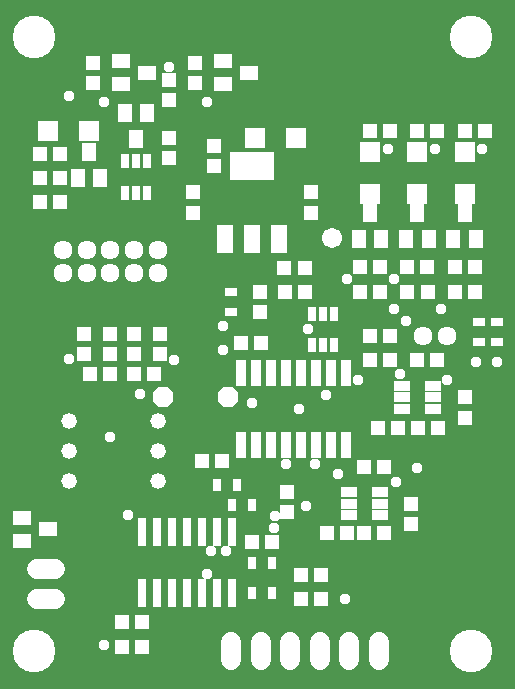
<source format=gts>
G04 EAGLE Gerber RS-274X export*
G75*
%MOMM*%
%FSLAX34Y34*%
%LPD*%
%INSoldermask Top*%
%IPNEG*%
%AMOC8*
5,1,8,0,0,1.08239X$1,22.5*%
G01*
%ADD10C,3.603200*%
%ADD11R,1.703200X1.703200*%
%ADD12C,1.320800*%
%ADD13R,1.303200X1.203200*%
%ADD14R,1.203200X1.303200*%
%ADD15R,0.803200X1.003200*%
%ADD16R,1.003200X0.803200*%
%ADD17R,0.803200X2.403200*%
%ADD18R,0.863600X2.235200*%
%ADD19R,1.423200X0.823200*%
%ADD20R,1.203200X1.603200*%
%ADD21R,1.603200X1.203200*%
%ADD22R,1.422400X2.438400*%
%ADD23R,3.803200X2.403200*%
%ADD24C,1.611200*%
%ADD25C,1.711200*%
%ADD26R,0.753200X1.203200*%
%ADD27P,1.843527X8X22.500000*%
%ADD28C,0.959600*%
%ADD29C,1.703200*%


D10*
X40000Y40000D03*
X40000Y560000D03*
X410000Y560000D03*
X410000Y40000D03*
D11*
X365000Y427500D03*
X365000Y462500D03*
D12*
X145000Y184600D03*
X145000Y210000D03*
X145000Y235400D03*
D13*
X182700Y200800D03*
X199700Y200800D03*
X215600Y301300D03*
X232600Y301300D03*
X320000Y196100D03*
X337000Y196100D03*
X364900Y286600D03*
X381900Y286600D03*
D14*
X232000Y327100D03*
X232000Y344100D03*
D13*
X142300Y274600D03*
X125300Y274600D03*
D14*
X175000Y411500D03*
X175000Y428500D03*
X275000Y411500D03*
X275000Y428500D03*
D15*
X195500Y181100D03*
X212500Y181100D03*
X208100Y164200D03*
X225100Y164200D03*
X241900Y89000D03*
X224900Y89000D03*
X241800Y115000D03*
X224800Y115000D03*
D16*
X207400Y327100D03*
X207400Y344100D03*
D17*
X195400Y141000D03*
X195400Y89000D03*
X208100Y141000D03*
X182700Y141000D03*
X170000Y141000D03*
X208100Y89000D03*
X182700Y89000D03*
X170000Y89000D03*
X144600Y141000D03*
X144600Y89000D03*
X157300Y141000D03*
X131900Y141000D03*
X157300Y89000D03*
X131900Y89000D03*
D18*
X215550Y214266D03*
X215550Y275734D03*
X228250Y214266D03*
X240950Y214266D03*
X228250Y275734D03*
X240950Y275734D03*
X253650Y214266D03*
X253650Y275734D03*
X266350Y214266D03*
X266350Y275734D03*
X279050Y214266D03*
X291750Y214266D03*
X279050Y275734D03*
X291750Y275734D03*
X304450Y214266D03*
X304450Y275734D03*
D19*
X307000Y174500D03*
X307000Y165000D03*
X307000Y155500D03*
X333000Y155500D03*
X333000Y165000D03*
X333000Y174500D03*
X352000Y264500D03*
X352000Y255000D03*
X352000Y245500D03*
X378000Y245500D03*
X378000Y255000D03*
X378000Y264500D03*
D11*
X227500Y475000D03*
X262500Y475000D03*
D20*
X126500Y474100D03*
X117000Y496100D03*
X136000Y496100D03*
D21*
X222800Y530000D03*
X200800Y520500D03*
X200800Y539500D03*
X136000Y530000D03*
X114000Y520500D03*
X114000Y539500D03*
D20*
X405000Y411000D03*
X414500Y389000D03*
X395500Y389000D03*
X365000Y411000D03*
X374500Y389000D03*
X355500Y389000D03*
X325000Y411000D03*
X334500Y389000D03*
X315500Y389000D03*
X86800Y462850D03*
X96300Y440850D03*
X77300Y440850D03*
D21*
X52550Y143300D03*
X30550Y133800D03*
X30550Y152800D03*
D14*
X132000Y44000D03*
X115000Y44000D03*
D13*
X90000Y521500D03*
X90000Y538500D03*
X155000Y506500D03*
X155000Y523500D03*
X176800Y538500D03*
X176800Y521500D03*
D14*
X252400Y364700D03*
X269400Y364700D03*
X269500Y344100D03*
X252500Y344100D03*
X325200Y286500D03*
X342200Y286500D03*
X342200Y306800D03*
X325200Y306800D03*
D13*
X405000Y237900D03*
X405000Y254900D03*
D14*
X365100Y229300D03*
X382100Y229300D03*
X115000Y64500D03*
X132000Y64500D03*
X348500Y229300D03*
X331500Y229300D03*
X356500Y365000D03*
X373500Y365000D03*
X316500Y365000D03*
X333500Y365000D03*
X396500Y365000D03*
X413500Y365000D03*
X396500Y344000D03*
X413500Y344000D03*
X316500Y344000D03*
X333500Y344000D03*
X356600Y344000D03*
X373600Y344000D03*
X325100Y480600D03*
X342100Y480600D03*
X365000Y480600D03*
X382000Y480600D03*
X405000Y480600D03*
X422000Y480600D03*
D13*
X146856Y291452D03*
X146856Y308452D03*
D14*
X62100Y420300D03*
X45100Y420300D03*
X62100Y440800D03*
X45100Y440800D03*
X45100Y461200D03*
X62100Y461200D03*
D13*
X125300Y291500D03*
X125300Y308500D03*
X192400Y451200D03*
X192400Y468200D03*
X82796Y291703D03*
X82796Y308703D03*
X255000Y175000D03*
X255000Y158000D03*
D14*
X266500Y105000D03*
X283500Y105000D03*
D13*
X359900Y148100D03*
X359900Y165100D03*
D14*
X320000Y140000D03*
X337000Y140000D03*
X305300Y140000D03*
X288300Y140000D03*
D11*
X86900Y480400D03*
X51900Y480400D03*
X325000Y427500D03*
X325000Y462500D03*
D12*
X70000Y184600D03*
X70000Y210000D03*
X70000Y235400D03*
D11*
X405000Y427500D03*
X405000Y462500D03*
D22*
X201886Y389012D03*
X225000Y389012D03*
X248114Y389012D03*
D23*
X225000Y450990D03*
D24*
X65000Y360000D03*
X65000Y380000D03*
X85000Y360000D03*
X85000Y380000D03*
X105000Y360000D03*
X105000Y380000D03*
X125000Y360000D03*
X125000Y380000D03*
X145000Y360000D03*
X145000Y380000D03*
X370000Y306800D03*
X390000Y306800D03*
D25*
X207300Y47540D02*
X207300Y32460D01*
X232700Y32460D02*
X232700Y47540D01*
X257300Y47540D02*
X257300Y32460D01*
X282700Y32460D02*
X282700Y47540D01*
X307300Y47540D02*
X307300Y32460D01*
X332700Y32460D02*
X332700Y47540D01*
D13*
X88000Y274500D03*
X105000Y274500D03*
X105000Y291500D03*
X105000Y308500D03*
X155000Y457300D03*
X155000Y474300D03*
D26*
X126900Y454900D03*
X136400Y454900D03*
X117400Y454900D03*
X117400Y427900D03*
X136400Y427900D03*
X126900Y427900D03*
D16*
X417500Y318500D03*
X417500Y301500D03*
X432500Y318500D03*
X432500Y301500D03*
D25*
X58140Y109900D02*
X43060Y109900D01*
X43060Y84500D02*
X58140Y84500D01*
D26*
X285000Y326000D03*
X294500Y326000D03*
X275500Y326000D03*
X275500Y299000D03*
X294500Y299000D03*
X285000Y299000D03*
D14*
X283561Y84667D03*
X266561Y84667D03*
X242031Y132625D03*
X225031Y132625D03*
D27*
X150000Y255000D03*
X205000Y255000D03*
D28*
X104766Y221080D03*
X385000Y330000D03*
X190000Y125000D03*
X100000Y505000D03*
X225000Y250000D03*
X355000Y320000D03*
X350000Y275000D03*
X297900Y189800D03*
X365000Y195000D03*
X244145Y154812D03*
X69816Y287337D03*
X100000Y45000D03*
X415000Y285000D03*
X200000Y295000D03*
X155000Y535000D03*
X200000Y315000D03*
X340000Y465600D03*
X380000Y465600D03*
X420000Y465600D03*
X70000Y510000D03*
D29*
X292900Y389900D03*
D28*
X305000Y355000D03*
X345000Y355000D03*
X272500Y312500D03*
X304072Y84413D03*
X158760Y286818D03*
X390000Y270000D03*
X345000Y330000D03*
X202900Y124900D03*
X265000Y245000D03*
X315000Y270000D03*
X278100Y198400D03*
X270897Y162999D03*
X346600Y183000D03*
X253900Y198400D03*
X129900Y257700D03*
X120000Y155000D03*
X243378Y144024D03*
X287600Y257100D03*
X186800Y505000D03*
X432500Y285000D03*
X186500Y105700D03*
M02*

</source>
